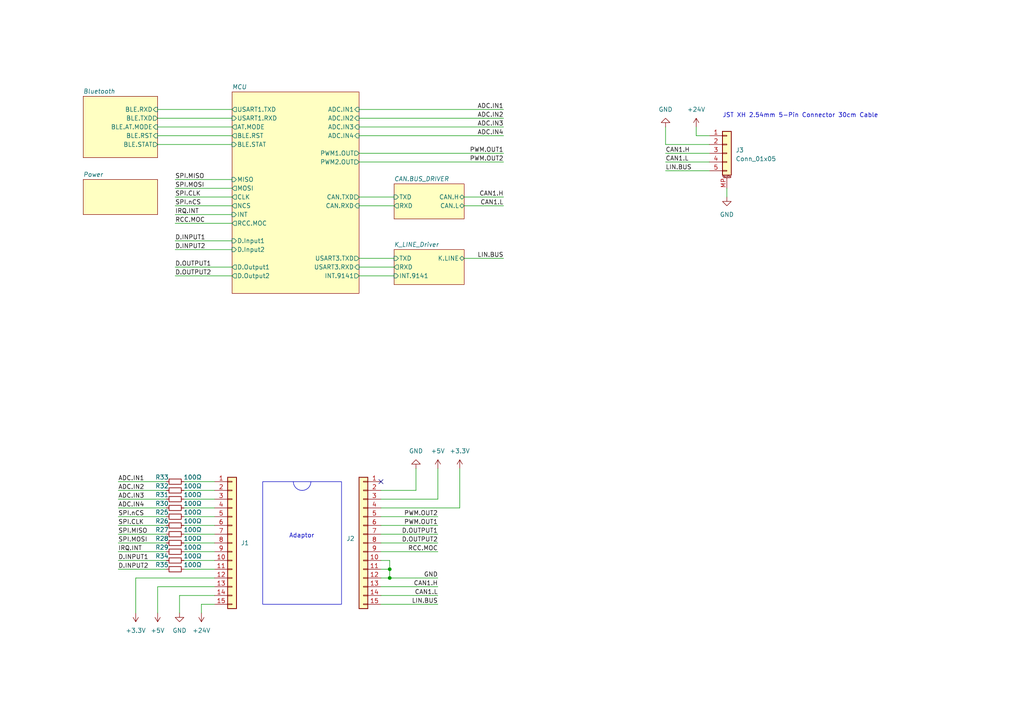
<source format=kicad_sch>
(kicad_sch (version 20231120) (generator "eeschema") (generator_version "8.0")
  (paper "A4")
  (lib_symbols
    (symbol "Connector_Generic:Conn_01x15" (pin_names (offset 1.016) hide)
      (property "Reference" "J" (at 0 20.32 0))
      (property "Value" "Conn_01x15" (at 0 -20.32 0))
      (symbol "Conn_01x15_1_1"
        (rectangle (start -1.27 -17.653) (end 0 -17.907) (stroke (width 0.1524)))
        (rectangle (start -1.27 -15.113) (end 0 -15.367) (stroke (width 0.1524)))
        (rectangle (start -1.27 -12.573) (end 0 -12.827) (stroke (width 0.1524)))
        (rectangle (start -1.27 -10.033) (end 0 -10.287) (stroke (width 0.1524)))
        (rectangle (start -1.27 -7.493) (end 0 -7.747) (stroke (width 0.1524)))
        (rectangle (start -1.27 -4.953) (end 0 -5.207) (stroke (width 0.1524)))
        (rectangle (start -1.27 -2.413) (end 0 -2.667) (stroke (width 0.1524)))
        (rectangle (start -1.27 0.127) (end 0 -0.127) (stroke (width 0.1524)))
        (rectangle (start -1.27 2.667) (end 0 2.413) (stroke (width 0.1524)))
        (rectangle (start -1.27 5.207) (end 0 4.953) (stroke (width 0.1524)))
        (rectangle (start -1.27 7.747) (end 0 7.493) (stroke (width 0.1524)))
        (rectangle (start -1.27 10.287) (end 0 10.033) (stroke (width 0.1524)))
        (rectangle (start -1.27 12.827) (end 0 12.573) (stroke (width 0.1524)))
        (rectangle (start -1.27 15.367) (end 0 15.113) (stroke (width 0.1524)))
        (rectangle (start -1.27 17.907) (end 0 17.653) (stroke (width 0.1524)))
        (rectangle (start -1.27 19.05) (end 1.27 -19.05) (stroke (width 0.254)) (fill (type background)))
        (pin passive line (at -5.08 17.78 0) (length 3.81) (name "Pin_1") (number "1"))
        (pin passive line (at -5.08 -5.08 0) (length 3.81) (name "Pin_10") (number "10"))
        (pin passive line (at -5.08 -7.62 0) (length 3.81) (name "Pin_11") (number "11"))
        (pin passive line (at -5.08 -10.16 0) (length 3.81) (name "Pin_12") (number "12"))
        (pin passive line (at -5.08 -12.7 0) (length 3.81) (name "Pin_13") (number "13"))
        (pin passive line (at -5.08 -15.24 0) (length 3.81) (name "Pin_14") (number "14"))
        (pin passive line (at -5.08 -17.78 0) (length 3.81) (name "Pin_15") (number "15"))
        (pin passive line (at -5.08 15.24 0) (length 3.81) (name "Pin_2") (number "2"))
        (pin passive line (at -5.08 12.7 0) (length 3.81) (name "Pin_3") (number "3"))
        (pin passive line (at -5.08 10.16 0) (length 3.81) (name "Pin_4") (number "4"))
        (pin passive line (at -5.08 7.62 0) (length 3.81) (name "Pin_5") (number "5"))
        (pin passive line (at -5.08 5.08 0) (length 3.81) (name "Pin_6") (number "6"))
        (pin passive line (at -5.08 2.54 0) (length 3.81) (name "Pin_7") (number "7"))
        (pin passive line (at -5.08 0 0) (length 3.81) (name "Pin_8") (number "8"))
        (pin passive line (at -5.08 -2.54 0) (length 3.81) (name "Pin_9") (number "9"))
      )
    )
    (symbol "Connector_Generic_MountingPin:Conn_01x05_MountingPin" (pin_names (offset 1.016) hide)
      (property "Reference" "J" (at 0 7.62 0))
      (property "Value" "Conn_01x05_MountingPin" (at 1.27 -7.62 0))
      (symbol "Conn_01x05_MountingPin_1_1"
        (rectangle (start -1.27 -4.953) (end 0 -5.207) (stroke (width 0.1524)))
        (rectangle (start -1.27 -2.413) (end 0 -2.667) (stroke (width 0.1524)))
        (rectangle (start -1.27 0.127) (end 0 -0.127) (stroke (width 0.1524)))
        (rectangle (start -1.27 2.667) (end 0 2.413) (stroke (width 0.1524)))
        (rectangle (start -1.27 5.207) (end 0 4.953) (stroke (width 0.1524)))
        (rectangle (start -1.27 6.35) (end 1.27 -6.35) (stroke (width 0.254)) (fill (type background)))
        (polyline (pts (xy -1.016 -7.112) (xy 1.016 -7.112)) (stroke (width 0.1524)))
        (text "Mounting" (at 0 -6.731 0) (effects (font (size 0.381 0.381))))
        (pin passive line (at -5.08 5.08 0) (length 3.81) (name "Pin_1") (number "1"))
        (pin passive line (at -5.08 2.54 0) (length 3.81) (name "Pin_2") (number "2"))
        (pin passive line (at -5.08 0 0) (length 3.81) (name "Pin_3") (number "3"))
        (pin passive line (at -5.08 -2.54 0) (length 3.81) (name "Pin_4") (number "4"))
        (pin passive line (at -5.08 -5.08 0) (length 3.81) (name "Pin_5") (number "5"))
        (pin passive line (at 0 -10.16 90) (length 3.048) (name "MountPin") (number "MP"))
      )
    )
    (symbol "Device:R_Small" (pin_numbers hide) (pin_names (offset 0.254) hide)
      (property "Reference" "R" (at 0.762 0.508 0))
      (property "Value" "R_Small" (at 0.762 -1.016 0))
      (symbol "R_Small_0_1"
        (rectangle (start -0.762 1.778) (end 0.762 -1.778) (stroke (width 0.2032)))
      )
      (symbol "R_Small_1_1"
        (pin passive line (at 0 2.54 270) (length 0.762) (name "~") (number "1"))
        (pin passive line (at 0 -2.54 90) (length 0.762) (name "~") (number "2"))
      )
    )
    (symbol "power:+24V" (power) (pin_names (offset 0))
      (property "Value" "+24V" (at 0 3.556 0))
      (symbol "+24V_0_1"
        (polyline (pts (xy -0.762 1.27) (xy 0 2.54)))
        (polyline (pts (xy 0 0) (xy 0 2.54)))
        (polyline (pts (xy 0 2.54) (xy 0.762 1.27)))
      )
      (symbol "+24V_1_1"
        (pin power_in line (at 0 0 90) (length 0) hide (name "+24V") (number "1"))
      )
    )
    (symbol "power:+3.3V" (power) (pin_names (offset 0))
      (property "Value" "+3.3V" (at 0 3.556 0))
      (symbol "+3.3V_0_1"
        (polyline (pts (xy -0.762 1.27) (xy 0 2.54)))
        (polyline (pts (xy 0 0) (xy 0 2.54)))
        (polyline (pts (xy 0 2.54) (xy 0.762 1.27)))
      )
      (symbol "+3.3V_1_1"
        (pin power_in line (at 0 0 90) (length 0) hide (name "+3.3V") (number "1"))
      )
    )
    (symbol "power:+5V" (power) (pin_names (offset 0))
      (property "Value" "+5V" (at 0 3.556 0))
      (symbol "+5V_0_1"
        (polyline (pts (xy -0.762 1.27) (xy 0 2.54)))
        (polyline (pts (xy 0 0) (xy 0 2.54)))
        (polyline (pts (xy 0 2.54) (xy 0.762 1.27)))
      )
      (symbol "+5V_1_1"
        (pin power_in line (at 0 0 90) (length 0) hide (name "+5V") (number "1"))
      )
    )
    (symbol "power:GND" (power) (pin_names (offset 0))
      (property "Value" "GND" (at 0 -3.81 0))
      (symbol "GND_0_1"
        (polyline (pts (xy 0 0) (xy 0 -1.27) (xy 1.27 -1.27) (xy 0 -2.54) (xy -1.27 -1.27) (xy 0 -1.27)))
      )
      (symbol "GND_1_1"
        (pin power_in line (at 0 0 270) (length 0) hide (name "GND") (number "1"))
      )
    )
  )
  (junction (at 113.03 165.1))
  (junction (at 113.03 167.64))
  (no_connect (at 110.49 139.7))
  (wire (pts (xy 62.23 172.72) (xy 52.07 172.72)))
  (wire (pts (xy 133.35 147.32) (xy 133.35 135.89)))
  (wire (pts (xy 193.04 46.99) (xy 205.74 46.99)))
  (wire (pts (xy 110.49 167.64) (xy 113.03 167.64)))
  (wire (pts (xy 62.23 149.86) (xy 53.34 149.86)))
  (wire (pts (xy 110.49 165.1) (xy 113.03 165.1)))
  (wire (pts (xy 113.03 162.56) (xy 113.03 165.1)))
  (wire (pts (xy 45.72 170.18) (xy 45.72 177.8)))
  (wire (pts (xy 50.8 64.77) (xy 67.31 64.77)))
  (wire (pts (xy 62.23 152.4) (xy 53.34 152.4)))
  (wire (pts (xy 34.29 147.32) (xy 48.26 147.32)))
  (wire (pts (xy 104.14 36.83) (xy 146.05 36.83)))
  (wire (pts (xy 34.29 165.1) (xy 48.26 165.1)))
  (wire (pts (xy 104.14 39.37) (xy 146.05 39.37)))
  (wire (pts (xy 45.72 34.29) (xy 67.31 34.29)))
  (wire (pts (xy 110.49 175.26) (xy 127 175.26)))
  (wire (pts (xy 62.23 154.94) (xy 53.34 154.94)))
  (wire (pts (xy 39.37 167.64) (xy 39.37 177.8)))
  (wire (pts (xy 67.31 72.39) (xy 50.8 72.39)))
  (wire (pts (xy 34.29 144.78) (xy 48.26 144.78)))
  (wire (pts (xy 134.62 59.69) (xy 146.05 59.69)))
  (wire (pts (xy 113.03 165.1) (xy 113.03 167.64)))
  (wire (pts (xy 62.23 160.02) (xy 53.34 160.02)))
  (wire (pts (xy 127 149.86) (xy 110.49 149.86)))
  (wire (pts (xy 48.26 157.48) (xy 34.29 157.48)))
  (wire (pts (xy 104.14 80.01) (xy 114.3 80.01)))
  (wire (pts (xy 205.74 39.37) (xy 201.93 39.37)))
  (wire (pts (xy 62.23 157.48) (xy 53.34 157.48)))
  (wire (pts (xy 58.42 175.26) (xy 58.42 177.8)))
  (wire (pts (xy 50.8 52.07) (xy 67.31 52.07)))
  (wire (pts (xy 110.49 170.18) (xy 127 170.18)))
  (wire (pts (xy 193.04 41.91) (xy 205.74 41.91)))
  (wire (pts (xy 127 154.94) (xy 110.49 154.94)))
  (wire (pts (xy 104.14 31.75) (xy 146.05 31.75)))
  (wire (pts (xy 50.8 62.23) (xy 67.31 62.23)))
  (wire (pts (xy 110.49 144.78) (xy 127 144.78)))
  (wire (pts (xy 104.14 57.15) (xy 114.3 57.15)))
  (wire (pts (xy 45.72 39.37) (xy 67.31 39.37)))
  (wire (pts (xy 52.07 172.72) (xy 52.07 177.8)))
  (wire (pts (xy 134.62 57.15) (xy 146.05 57.15)))
  (wire (pts (xy 127 152.4) (xy 110.49 152.4)))
  (wire (pts (xy 104.14 46.99) (xy 146.05 46.99)))
  (wire (pts (xy 53.34 142.24) (xy 62.23 142.24)))
  (wire (pts (xy 67.31 69.85) (xy 50.8 69.85)))
  (wire (pts (xy 48.26 152.4) (xy 34.29 152.4)))
  (wire (pts (xy 193.04 44.45) (xy 205.74 44.45)))
  (wire (pts (xy 120.65 142.24) (xy 120.65 135.89)))
  (wire (pts (xy 53.34 144.78) (xy 62.23 144.78)))
  (wire (pts (xy 34.29 162.56) (xy 48.26 162.56)))
  (wire (pts (xy 45.72 31.75) (xy 67.31 31.75)))
  (wire (pts (xy 48.26 160.02) (xy 34.29 160.02)))
  (wire (pts (xy 53.34 162.56) (xy 62.23 162.56)))
  (wire (pts (xy 34.29 139.7) (xy 48.26 139.7)))
  (wire (pts (xy 104.14 74.93) (xy 114.3 74.93)))
  (wire (pts (xy 53.34 165.1) (xy 62.23 165.1)))
  (wire (pts (xy 110.49 160.02) (xy 127 160.02)))
  (wire (pts (xy 193.04 49.53) (xy 205.74 49.53)))
  (wire (pts (xy 113.03 167.64) (xy 127 167.64)))
  (wire (pts (xy 53.34 147.32) (xy 62.23 147.32)))
  (wire (pts (xy 110.49 172.72) (xy 127 172.72)))
  (wire (pts (xy 193.04 36.83) (xy 193.04 41.91)))
  (wire (pts (xy 50.8 59.69) (xy 67.31 59.69)))
  (wire (pts (xy 62.23 175.26) (xy 58.42 175.26)))
  (wire (pts (xy 48.26 154.94) (xy 34.29 154.94)))
  (wire (pts (xy 62.23 170.18) (xy 45.72 170.18)))
  (wire (pts (xy 62.23 167.64) (xy 39.37 167.64)))
  (wire (pts (xy 104.14 34.29) (xy 146.05 34.29)))
  (wire (pts (xy 127 157.48) (xy 110.49 157.48)))
  (wire (pts (xy 53.34 139.7) (xy 62.23 139.7)))
  (wire (pts (xy 127 144.78) (xy 127 135.89)))
  (wire (pts (xy 210.82 54.61) (xy 210.82 57.15)))
  (wire (pts (xy 45.72 36.83) (xy 67.31 36.83)))
  (wire (pts (xy 110.49 162.56) (xy 113.03 162.56)))
  (wire (pts (xy 50.8 57.15) (xy 67.31 57.15)))
  (wire (pts (xy 104.14 59.69) (xy 114.3 59.69)))
  (wire (pts (xy 67.31 77.47) (xy 50.8 77.47)))
  (wire (pts (xy 48.26 149.86) (xy 34.29 149.86)))
  (wire (pts (xy 110.49 147.32) (xy 133.35 147.32)))
  (wire (pts (xy 104.14 44.45) (xy 146.05 44.45)))
  (wire (pts (xy 50.8 54.61) (xy 67.31 54.61)))
  (wire (pts (xy 134.62 74.93) (xy 146.05 74.93)))
  (wire (pts (xy 104.14 77.47) (xy 114.3 77.47)))
  (wire (pts (xy 67.31 80.01) (xy 50.8 80.01)))
  (wire (pts (xy 110.49 142.24) (xy 120.65 142.24)))
  (wire (pts (xy 201.93 39.37) (xy 201.93 36.83)))
  (wire (pts (xy 34.29 142.24) (xy 48.26 142.24)))
  (wire (pts (xy 45.72 41.91) (xy 67.31 41.91)))
  (arc (start 87.63 142.24) (mid 85.8339 141.4961) (end 85.09 139.7))
  (arc (start 90.17 139.7) (mid 89.4261 141.4961) (end 87.63 142.24))
  (rectangle (start 76.2 139.7) (end 99.06 175.26))
  (text "Adaptor" (at 83.82 156.21 0) (effects (font (size 1.27 1.27)) (justify left bottom)))
  (text "JST XH 2.54mm 5-Pin Connector 30cm Cable" (at 209.55 34.29 0) (effects (font (size 1.27 1.27)) (justify left bottom)))
  (label "SPI.CLK" (at 50.8 57.15 0))
  (label "CAN1.H" (at 146.05 57.15 180))
  (label "RCC.MOC" (at 127 160.02 180))
  (label "PWM.OUT1" (at 127 152.4 180))
  (label "SPI.MOSI" (at 50.8 54.61 0))
  (label "LIN.BUS" (at 146.05 74.93 180))
  (label "SPI.CLK" (at 34.29 152.4 0))
  (label "D.INPUT2" (at 34.29 165.1 0))
  (label "ADC.IN3" (at 146.05 36.83 180))
  (label "ADC.IN1" (at 34.29 139.7 0))
  (label "PWM.OUT2" (at 146.05 46.99 180))
  (label "ADC.IN2" (at 146.05 34.29 180))
  (label "ADC.IN1" (at 146.05 31.75 180))
  (label "IRQ.INT" (at 50.8 62.23 0))
  (label "D.INPUT2" (at 50.8 72.39 0))
  (label "CAN1.L" (at 146.05 59.69 180))
  (label "RCC.MOC" (at 50.8 64.77 0))
  (label "D.OUTPUT2" (at 50.8 80.01 0))
  (label "IRQ.INT" (at 34.29 160.02 0))
  (label "D.INPUT1" (at 34.29 162.56 0))
  (label "ADC.IN3" (at 34.29 144.78 0))
  (label "CAN1.L" (at 127 172.72 180))
  (label "SPI.nCS" (at 34.29 149.86 0))
  (label "GND" (at 127 167.64 180))
  (label "CAN1.H" (at 193.04 44.45 0))
  (label "SPI.MISO" (at 34.29 154.94 0))
  (label "LIN.BUS" (at 127 175.26 180))
  (label "CAN1.L" (at 193.04 46.99 0))
  (label "CAN1.H" (at 127 170.18 180))
  (label "PWM.OUT1" (at 146.05 44.45 180))
  (label "SPI.MISO" (at 50.8 52.07 0))
  (label "ADC.IN4" (at 146.05 39.37 180))
  (label "D.INPUT1" (at 50.8 69.85 0))
  (label "ADC.IN2" (at 34.29 142.24 0))
  (label "D.OUTPUT1" (at 50.8 77.47 0))
  (label "ADC.IN4" (at 34.29 147.32 0))
  (label "SPI.MOSI" (at 34.29 157.48 0))
  (label "LIN.BUS" (at 193.04 49.53 0))
  (label "PWM.OUT2" (at 127 149.86 180))
  (label "D.OUTPUT2" (at 127 157.48 180))
  (label "D.OUTPUT1" (at 127 154.94 180))
  (label "SPI.nCS" (at 50.8 59.69 0))
  (symbol (lib_id "power:GND") (at 120.65 135.89 0) (mirror x) (unit 1)
    (property "Reference" "#PWR07" (effects (hide yes)))
    (property "Value" "GND" (at 120.65 130.81 0))
  )
  (symbol (lib_id "Connector_Generic:Conn_01x15") (at 67.31 157.48 0) (unit 1)
    (property "Reference" "J1" (at 69.85 157.48 0) (effects (justify left)))
    (property "Value" "Conn_01x15" (effects (hide yes)))
    (property "Footprint" "Connector_PinSocket_2.54mm:PinSocket_1x15_P2.54mm_Vertical" (effects (hide yes)))
    (property "LCSC" "C2897378" (effects (hide yes)))
    (property "MFR" "PM254-1-15-Z-8.5" (effects (hide yes)))
  )
  (symbol (lib_id "Device:R_Small") (at 50.8 157.48 90) (unit 1)
    (property "Reference" "R28" (at 46.99 156.21 90))
    (property "Value" "100Ω" (at 55.88 156.21 90))
    (property "Footprint" "Resistor_SMD:R_0402_1005Metric" (effects (hide yes)))
    (property "LCSC" "C25076" (effects (hide yes)))
    (property "MFR" "0402WGF1000TCE" (effects (hide yes)))
  )
  (symbol (lib_id "Connector_Generic:Conn_01x15") (at 105.41 157.48 0) (mirror y) (unit 1)
    (property "Reference" "J2" (at 102.87 156.21 0) (effects (justify left)))
    (property "Value" "Conn_01x15" (effects (hide yes)))
    (property "Footprint" "Connector_PinSocket_2.54mm:PinSocket_1x15_P2.54mm_Vertical" (effects (hide yes)))
    (property "LCSC" "C2897378" (effects (hide yes)))
    (property "MFR" "PM254-1-15-Z-8.5" (effects (hide yes)))
  )
  (symbol (lib_id "Device:R_Small") (at 50.8 147.32 90) (unit 1)
    (property "Reference" "R30" (at 46.99 146.05 90))
    (property "Value" "100Ω" (at 55.88 146.05 90))
    (property "Footprint" "Resistor_SMD:R_0402_1005Metric" (effects (hide yes)))
    (property "LCSC" "C25076" (effects (hide yes)))
    (property "MFR" "0402WGF1000TCE" (effects (hide yes)))
  )
  (symbol (lib_id "power:GND") (at 210.82 57.15 0) (unit 1)
    (property "Reference" "#PWR060" (effects (hide yes)))
    (property "Value" "GND" (at 210.82 62.23 0))
  )
  (symbol (lib_id "Device:R_Small") (at 50.8 160.02 90) (unit 1)
    (property "Reference" "R29" (at 46.99 158.75 90))
    (property "Value" "100Ω" (at 55.88 158.75 90))
    (property "Footprint" "Resistor_SMD:R_0402_1005Metric" (effects (hide yes)))
    (property "LCSC" "C25076" (effects (hide yes)))
    (property "MFR" "0402WGF1000TCE" (effects (hide yes)))
  )
  (symbol (lib_id "power:GND") (at 52.07 177.8 0) (mirror y) (unit 1)
    (property "Reference" "#PWR03" (effects (hide yes)))
    (property "Value" "GND" (at 52.07 182.88 0))
  )
  (symbol (lib_id "power:GND") (at 193.04 36.83 180) (unit 1)
    (property "Reference" "#PWR010" (effects (hide yes)))
    (property "Value" "GND" (at 193.04 31.75 0))
  )
  (symbol (lib_id "Connector_Generic_MountingPin:Conn_01x05_MountingPin") (at 210.82 44.45 0) (unit 1)
    (property "Reference" "J3" (at 213.36 43.5356 0) (effects (justify left)))
    (property "Value" "Conn_01x05" (at 213.36 46.0756 0) (effects (justify left)))
    (property "Footprint" "Connector_Molex:Molex_PicoBlade_53261-0571_1x05-1MP_P1.25mm_Horizontal" (effects (hide yes)))
    (property "LCSC" "C481427" (effects (hide yes)))
    (property "MFR" "M1250RS-05P" (effects (hide yes)))
  )
  (symbol (lib_id "power:+3.3V") (at 39.37 177.8 0) (mirror x) (unit 1)
    (property "Reference" "#PWR01" (effects (hide yes)))
    (property "Value" "+3.3V" (at 39.37 182.88 0))
  )
  (symbol (lib_id "power:+3.3V") (at 133.35 135.89 0) (mirror y) (unit 1)
    (property "Reference" "#PWR09" (effects (hide yes)))
    (property "Value" "+3.3V" (at 133.35 130.81 0))
  )
  (symbol (lib_id "Device:R_Small") (at 50.8 162.56 90) (unit 1)
    (property "Reference" "R34" (at 46.99 161.29 90))
    (property "Value" "100Ω" (at 55.88 161.29 90))
    (property "Footprint" "Resistor_SMD:R_0402_1005Metric" (effects (hide yes)))
    (property "LCSC" "C25076" (effects (hide yes)))
    (property "MFR" "0402WGF1000TCE" (effects (hide yes)))
  )
  (symbol (lib_id "Device:R_Small") (at 50.8 144.78 90) (unit 1)
    (property "Reference" "R31" (at 46.99 143.51 90))
    (property "Value" "100Ω" (at 55.88 143.51 90))
    (property "Footprint" "Resistor_SMD:R_0402_1005Metric" (effects (hide yes)))
    (property "LCSC" "C25076" (effects (hide yes)))
    (property "MFR" "0402WGF1000TCE" (effects (hide yes)))
  )
  (symbol (lib_id "Device:R_Small") (at 50.8 152.4 90) (unit 1)
    (property "Reference" "R26" (at 46.99 151.13 90))
    (property "Value" "100Ω" (at 55.88 151.13 90))
    (property "Footprint" "Resistor_SMD:R_0402_1005Metric" (effects (hide yes)))
    (property "LCSC" "C25076" (effects (hide yes)))
    (property "MFR" "0402WGF1000TCE" (effects (hide yes)))
  )
  (symbol (lib_id "power:+24V") (at 201.93 36.83 0) (unit 1)
    (property "Reference" "#PWR011" (effects (hide yes)))
    (property "Value" "+24V" (at 201.93 31.75 0))
  )
  (symbol (lib_id "power:+5V") (at 45.72 177.8 0) (mirror x) (unit 1)
    (property "Reference" "#PWR02" (effects (hide yes)))
    (property "Value" "+5V" (at 45.72 182.88 0))
  )
  (symbol (lib_id "Device:R_Small") (at 50.8 139.7 90) (unit 1)
    (property "Reference" "R33" (at 46.99 138.43 90))
    (property "Value" "100Ω" (at 55.88 138.43 90))
    (property "Footprint" "Resistor_SMD:R_0402_1005Metric" (effects (hide yes)))
    (property "LCSC" "C25076" (effects (hide yes)))
    (property "MFR" "0402WGF1000TCE" (effects (hide yes)))
  )
  (symbol (lib_id "Device:R_Small") (at 50.8 165.1 90) (unit 1)
    (property "Reference" "R35" (at 46.99 163.83 90))
    (property "Value" "100Ω" (at 55.88 163.83 90))
    (property "Footprint" "Resistor_SMD:R_0402_1005Metric" (effects (hide yes)))
    (property "LCSC" "C25076" (effects (hide yes)))
    (property "MFR" "0402WGF1000TCE" (effects (hide yes)))
  )
  (symbol (lib_id "power:+5V") (at 127 135.89 0) (mirror y) (unit 1)
    (property "Reference" "#PWR08" (effects (hide yes)))
    (property "Value" "+5V" (at 127 130.81 0))
  )
  (symbol (lib_id "power:+24V") (at 58.42 177.8 0) (mirror x) (unit 1)
    (property "Reference" "#PWR04" (effects (hide yes)))
    (property "Value" "+24V" (at 58.42 182.88 0))
  )
  (symbol (lib_id "Device:R_Small") (at 50.8 149.86 90) (unit 1)
    (property "Reference" "R25" (at 46.99 148.59 90))
    (property "Value" "100Ω" (at 55.88 148.59 90))
    (property "Footprint" "Resistor_SMD:R_0402_1005Metric" (effects (hide yes)))
    (property "LCSC" "C25076" (effects (hide yes)))
    (property "MFR" "0402WGF1000TCE" (effects (hide yes)))
  )
  (symbol (lib_id "Device:R_Small") (at 50.8 154.94 90) (unit 1)
    (property "Reference" "R27" (at 46.99 153.67 90))
    (property "Value" "100Ω" (at 55.88 153.67 90))
    (property "Footprint" "Resistor_SMD:R_0402_1005Metric" (effects (hide yes)))
    (property "LCSC" "C25076" (effects (hide yes)))
    (property "MFR" "0402WGF1000TCE" (effects (hide yes)))
  )
  (symbol (lib_id "Device:R_Small") (at 50.8 142.24 90) (unit 1)
    (property "Reference" "R32" (at 46.99 140.97 90))
    (property "Value" "100Ω" (at 55.88 140.97 90))
    (property "Footprint" "Resistor_SMD:R_0402_1005Metric" (effects (hide yes)))
    (property "LCSC" "C25076" (effects (hide yes)))
    (property "MFR" "0402WGF1000TCE" (effects (hide yes)))
  )
  (sheet (at 24.13 27.94) (size 21.59 17.78) (stroke (width 0.1524)) (fill (color 255 255 194 1.0000))
    (property "Sheetname" "Bluetooth" (at 24.13 27.2284 0) (effects (font (italic yes)) (justify left bottom)))
    (property "Sheetfile" "Bluetooth.kicad_sch" (effects (hide yes)))
    (pin "BLE.RST" input (at 45.72 39.37 0))
    (pin "BLE.AT.MODE" input (at 45.72 36.83 0))
    (pin "BLE.STAT" output (at 45.72 41.91 0))
    (pin "BLE.TXD" output (at 45.72 34.29 0))
    (pin "BLE.RXD" input (at 45.72 31.75 0))
  )
  (sheet (at 24.13 52.07) (size 21.59 10.16) (stroke (width 0.1524)) (fill (color 255 255 194 1.0000))
    (property "Sheetname" "Power" (at 24.13 51.3584 0) (effects (font (italic yes)) (justify left bottom)))
    (property "Sheetfile" "Power.kicad_sch" (effects (hide yes)))
  )
  (sheet (at 67.31 26.67) (size 36.83 58.42) (stroke (width 0.1524)) (fill (color 255 255 194 1.0000))
    (property "Sheetname" "MCU" (at 67.31 25.9584 0) (effects (font (italic yes)) (justify left bottom)))
    (property "Sheetfile" "mcu.kicad_sch" (effects (hide yes)))
    (pin "MISO" input (at 67.31 52.07 180))
    (pin "CLK" output (at 67.31 57.15 180))
    (pin "MOSI" output (at 67.31 54.61 180))
    (pin "USART1.TXD" output (at 67.31 31.75 180))
    (pin "ADC.IN1" input (at 104.14 31.75 0))
    (pin "ADC.IN2" input (at 104.14 34.29 0))
    (pin "ADC.IN3" input (at 104.14 36.83 0))
    (pin "ADC.IN4" input (at 104.14 39.37 0))
    (pin "NCS" output (at 67.31 59.69 180))
    (pin "USART1.RXD" input (at 67.31 34.29 180))
    (pin "CAN.TXD" output (at 104.14 57.15 0))
    (pin "AT.MODE" output (at 67.31 36.83 180))
    (pin "CAN.RXD" input (at 104.14 59.69 0))
    (pin "BLE.RST" output (at 67.31 39.37 180))
    (pin "PWM2.OUT" output (at 104.14 46.99 0))
    (pin "PWM1.OUT" output (at 104.14 44.45 0))
    (pin "INT.9141" output (at 104.14 80.01 0))
    (pin "INT" input (at 67.31 62.23 180))
    (pin "USART3.RXD" input (at 104.14 77.47 0))
    (pin "USART3.TXD" output (at 104.14 74.93 0))
    (pin "D.Input2" input (at 67.31 72.39 180))
    (pin "D.Input1" input (at 67.31 69.85 180))
    (pin "D.Output1" output (at 67.31 77.47 180))
    (pin "D.Output2" output (at 67.31 80.01 180))
    (pin "BLE.STAT" input (at 67.31 41.91 180))
    (pin "RCC.MOC" output (at 67.31 64.77 180))
  )
  (sheet (at 114.3 72.39) (size 20.32 10.16) (stroke (width 0.1524)) (fill (color 255 255 194 1.0000))
    (property "Sheetname" "K_LINE_Driver" (at 114.3 71.6784 0) (effects (font (italic yes)) (justify left bottom)))
    (property "Sheetfile" "K_LINE_Driver.kicad_sch" (effects (hide yes)))
    (pin "K.LINE" bidirectional (at 134.62 74.93 0))
    (pin "RXD" output (at 114.3 77.47 180))
    (pin "INT.9141" input (at 114.3 80.01 180))
    (pin "TXD" input (at 114.3 74.93 180))
  )
  (sheet (at 114.3 53.34) (size 20.32 10.16) (stroke (width 0.1524)) (fill (color 255 255 194 1.0000))
    (property "Sheetname" "CAN.BUS_DRIVER" (at 114.3 52.6284 0) (effects (font (italic yes)) (justify left bottom)))
    (property "Sheetfile" "CAN.BUS_DRIVER.kicad_sch" (effects (hide yes)))
    (pin "TXD" input (at 114.3 57.15 180))
    (pin "RXD" output (at 114.3 59.69 180))
    (pin "CAN.L" bidirectional (at 134.62 59.69 0))
    (pin "CAN.H" bidirectional (at 134.62 57.15 0))
  )
)
</source>
